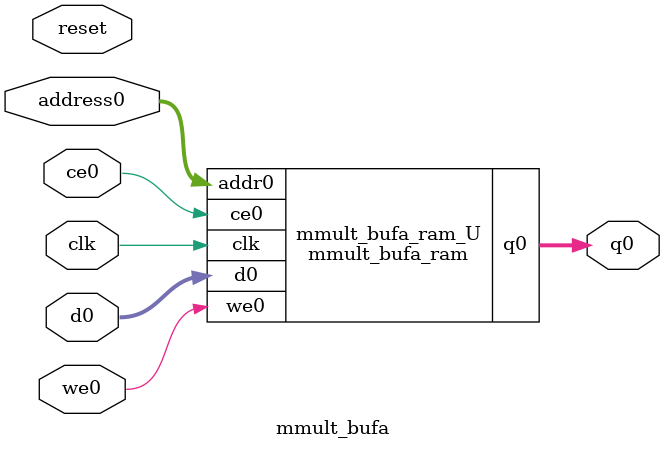
<source format=v>

`timescale 1 ns / 1 ps
module mmult_bufa_ram (addr0, ce0, d0, we0, q0,  clk);

parameter DWIDTH = 32;
parameter AWIDTH = 18;
parameter MEM_SIZE = 262144;

input[AWIDTH-1:0] addr0;
input ce0;
input[DWIDTH-1:0] d0;
input we0;
output reg[DWIDTH-1:0] q0;
input clk;

(* ram_style = "block" *)reg [DWIDTH-1:0] ram[0:MEM_SIZE-1];




always @(posedge clk)  
begin 
    if (ce0) 
    begin
        if (we0) 
        begin 
            ram[addr0] <= d0; 
            q0 <= d0;
        end 
        else 
            q0 <= ram[addr0];
    end
end


endmodule


`timescale 1 ns / 1 ps
module mmult_bufa(
    reset,
    clk,
    address0,
    ce0,
    we0,
    d0,
    q0);

parameter DataWidth = 32'd32;
parameter AddressRange = 32'd262144;
parameter AddressWidth = 32'd18;
input reset;
input clk;
input[AddressWidth - 1:0] address0;
input ce0;
input we0;
input[DataWidth - 1:0] d0;
output[DataWidth - 1:0] q0;



mmult_bufa_ram mmult_bufa_ram_U(
    .clk( clk ),
    .addr0( address0 ),
    .ce0( ce0 ),
    .d0( d0 ),
    .we0( we0 ),
    .q0( q0 ));

endmodule


</source>
